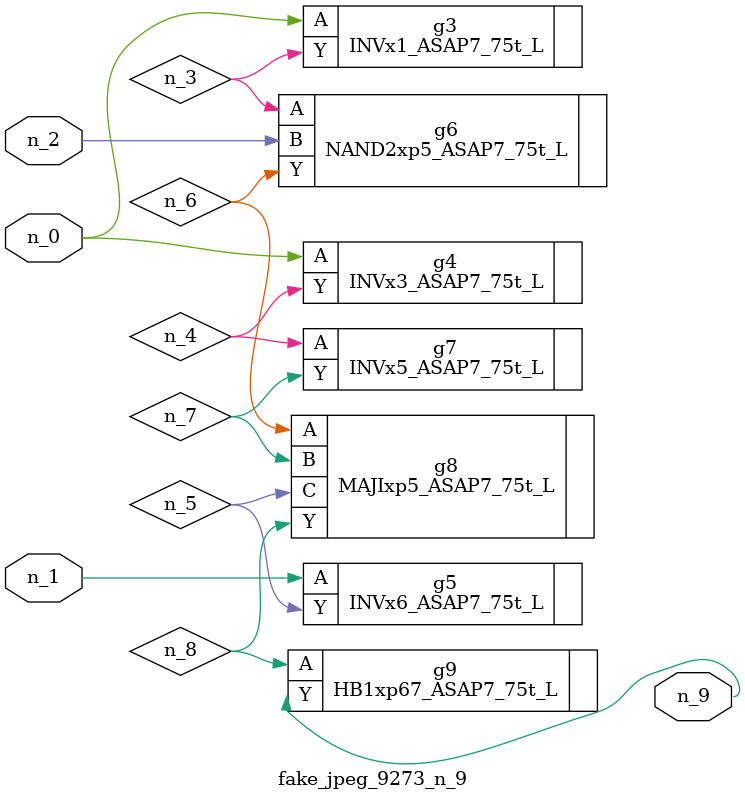
<source format=v>
module fake_jpeg_9273_n_9 (n_0, n_2, n_1, n_9);

input n_0;
input n_2;
input n_1;

output n_9;

wire n_3;
wire n_4;
wire n_8;
wire n_6;
wire n_5;
wire n_7;

INVx1_ASAP7_75t_L g3 ( 
.A(n_0),
.Y(n_3)
);

INVx3_ASAP7_75t_L g4 ( 
.A(n_0),
.Y(n_4)
);

INVx6_ASAP7_75t_L g5 ( 
.A(n_1),
.Y(n_5)
);

NAND2xp5_ASAP7_75t_L g6 ( 
.A(n_3),
.B(n_2),
.Y(n_6)
);

MAJIxp5_ASAP7_75t_L g8 ( 
.A(n_6),
.B(n_7),
.C(n_5),
.Y(n_8)
);

INVx5_ASAP7_75t_L g7 ( 
.A(n_4),
.Y(n_7)
);

HB1xp67_ASAP7_75t_L g9 ( 
.A(n_8),
.Y(n_9)
);


endmodule
</source>
